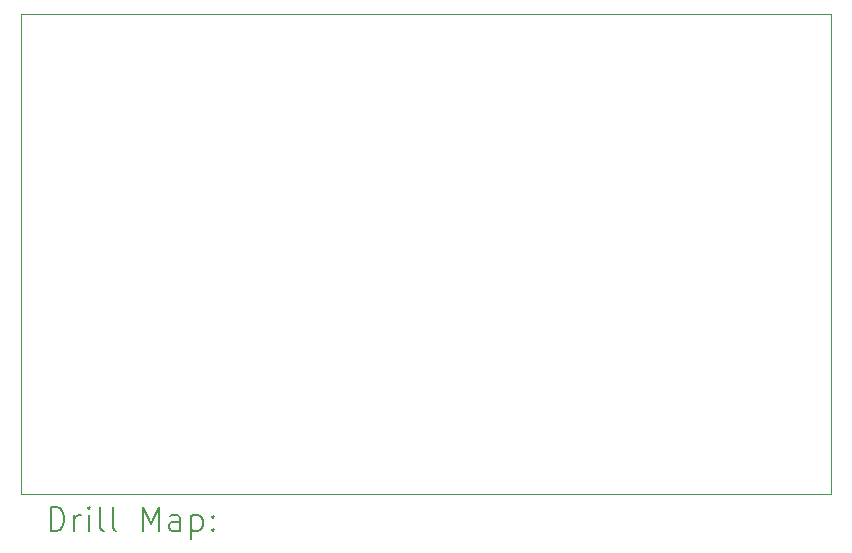
<source format=gbr>
%FSLAX45Y45*%
G04 Gerber Fmt 4.5, Leading zero omitted, Abs format (unit mm)*
G04 Created by KiCad (PCBNEW (6.0.5-0)) date 2022-06-13 22:41:15*
%MOMM*%
%LPD*%
G01*
G04 APERTURE LIST*
%TA.AperFunction,Profile*%
%ADD10C,0.100000*%
%TD*%
%ADD11C,0.200000*%
G04 APERTURE END LIST*
D10*
X12446000Y-8890000D02*
X19304000Y-8890000D01*
X19304000Y-8890000D02*
X19304000Y-12954000D01*
X19304000Y-12954000D02*
X12446000Y-12954000D01*
X12446000Y-12954000D02*
X12446000Y-8890000D01*
D11*
X12698619Y-13269476D02*
X12698619Y-13069476D01*
X12746238Y-13069476D01*
X12774809Y-13079000D01*
X12793857Y-13098048D01*
X12803381Y-13117095D01*
X12812905Y-13155190D01*
X12812905Y-13183762D01*
X12803381Y-13221857D01*
X12793857Y-13240905D01*
X12774809Y-13259952D01*
X12746238Y-13269476D01*
X12698619Y-13269476D01*
X12898619Y-13269476D02*
X12898619Y-13136143D01*
X12898619Y-13174238D02*
X12908143Y-13155190D01*
X12917667Y-13145667D01*
X12936714Y-13136143D01*
X12955762Y-13136143D01*
X13022428Y-13269476D02*
X13022428Y-13136143D01*
X13022428Y-13069476D02*
X13012905Y-13079000D01*
X13022428Y-13088524D01*
X13031952Y-13079000D01*
X13022428Y-13069476D01*
X13022428Y-13088524D01*
X13146238Y-13269476D02*
X13127190Y-13259952D01*
X13117667Y-13240905D01*
X13117667Y-13069476D01*
X13251000Y-13269476D02*
X13231952Y-13259952D01*
X13222428Y-13240905D01*
X13222428Y-13069476D01*
X13479571Y-13269476D02*
X13479571Y-13069476D01*
X13546238Y-13212333D01*
X13612905Y-13069476D01*
X13612905Y-13269476D01*
X13793857Y-13269476D02*
X13793857Y-13164714D01*
X13784333Y-13145667D01*
X13765286Y-13136143D01*
X13727190Y-13136143D01*
X13708143Y-13145667D01*
X13793857Y-13259952D02*
X13774809Y-13269476D01*
X13727190Y-13269476D01*
X13708143Y-13259952D01*
X13698619Y-13240905D01*
X13698619Y-13221857D01*
X13708143Y-13202809D01*
X13727190Y-13193286D01*
X13774809Y-13193286D01*
X13793857Y-13183762D01*
X13889095Y-13136143D02*
X13889095Y-13336143D01*
X13889095Y-13145667D02*
X13908143Y-13136143D01*
X13946238Y-13136143D01*
X13965286Y-13145667D01*
X13974809Y-13155190D01*
X13984333Y-13174238D01*
X13984333Y-13231381D01*
X13974809Y-13250428D01*
X13965286Y-13259952D01*
X13946238Y-13269476D01*
X13908143Y-13269476D01*
X13889095Y-13259952D01*
X14070048Y-13250428D02*
X14079571Y-13259952D01*
X14070048Y-13269476D01*
X14060524Y-13259952D01*
X14070048Y-13250428D01*
X14070048Y-13269476D01*
X14070048Y-13145667D02*
X14079571Y-13155190D01*
X14070048Y-13164714D01*
X14060524Y-13155190D01*
X14070048Y-13145667D01*
X14070048Y-13164714D01*
M02*

</source>
